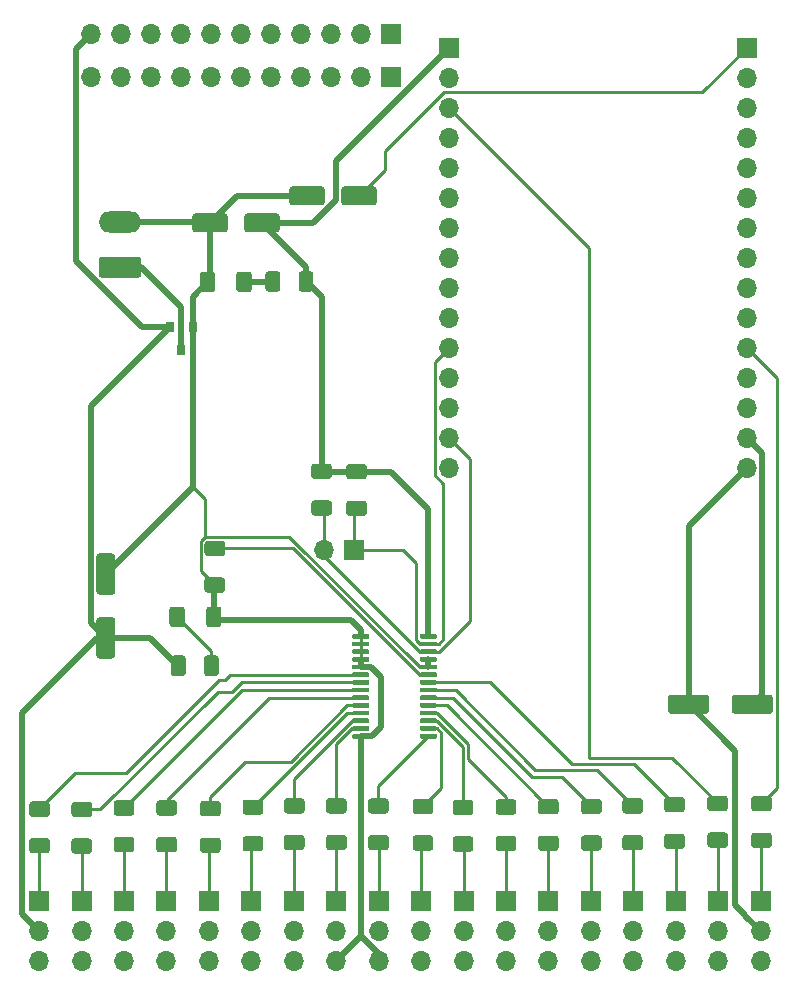
<source format=gtl>
G04 #@! TF.GenerationSoftware,KiCad,Pcbnew,(5.1.10)-1*
G04 #@! TF.CreationDate,2023-01-28T17:58:28+01:00*
G04 #@! TF.ProjectId,servo_board,73657276-6f5f-4626-9f61-72642e6b6963,1.0*
G04 #@! TF.SameCoordinates,Original*
G04 #@! TF.FileFunction,Copper,L1,Top*
G04 #@! TF.FilePolarity,Positive*
%FSLAX46Y46*%
G04 Gerber Fmt 4.6, Leading zero omitted, Abs format (unit mm)*
G04 Created by KiCad (PCBNEW (5.1.10)-1) date 2023-01-28 17:58:28*
%MOMM*%
%LPD*%
G01*
G04 APERTURE LIST*
G04 #@! TA.AperFunction,ComponentPad*
%ADD10O,1.700000X1.700000*%
G04 #@! TD*
G04 #@! TA.AperFunction,ComponentPad*
%ADD11R,1.700000X1.700000*%
G04 #@! TD*
G04 #@! TA.AperFunction,SMDPad,CuDef*
%ADD12R,0.800000X0.900000*%
G04 #@! TD*
G04 #@! TA.AperFunction,ComponentPad*
%ADD13O,3.600000X1.800000*%
G04 #@! TD*
G04 #@! TA.AperFunction,Conductor*
%ADD14C,0.500000*%
G04 #@! TD*
G04 #@! TA.AperFunction,Conductor*
%ADD15C,0.250000*%
G04 #@! TD*
G04 APERTURE END LIST*
D10*
X84264500Y-100317300D03*
X86804500Y-100317300D03*
X89344500Y-100317300D03*
X91884500Y-100317300D03*
X94424500Y-100317300D03*
X96964500Y-100317300D03*
X99504500Y-100317300D03*
X102044500Y-100317300D03*
X104584500Y-100317300D03*
X107124500Y-100317300D03*
D11*
X109664500Y-100317300D03*
G04 #@! TA.AperFunction,SMDPad,CuDef*
G36*
G01*
X138485900Y-157623600D02*
X138485900Y-156523600D01*
G75*
G02*
X138735900Y-156273600I250000J0D01*
G01*
X141735900Y-156273600D01*
G75*
G02*
X141985900Y-156523600I0J-250000D01*
G01*
X141985900Y-157623600D01*
G75*
G02*
X141735900Y-157873600I-250000J0D01*
G01*
X138735900Y-157873600D01*
G75*
G02*
X138485900Y-157623600I0J250000D01*
G01*
G37*
G04 #@! TD.AperFunction*
G04 #@! TA.AperFunction,SMDPad,CuDef*
G36*
G01*
X133085900Y-157623600D02*
X133085900Y-156523600D01*
G75*
G02*
X133335900Y-156273600I250000J0D01*
G01*
X136335900Y-156273600D01*
G75*
G02*
X136585900Y-156523600I0J-250000D01*
G01*
X136585900Y-157623600D01*
G75*
G02*
X136335900Y-157873600I-250000J0D01*
G01*
X133335900Y-157873600D01*
G75*
G02*
X133085900Y-157623600I0J250000D01*
G01*
G37*
G04 #@! TD.AperFunction*
G04 #@! TA.AperFunction,SMDPad,CuDef*
G36*
G01*
X86046400Y-147800000D02*
X84946400Y-147800000D01*
G75*
G02*
X84696400Y-147550000I0J250000D01*
G01*
X84696400Y-144550000D01*
G75*
G02*
X84946400Y-144300000I250000J0D01*
G01*
X86046400Y-144300000D01*
G75*
G02*
X86296400Y-144550000I0J-250000D01*
G01*
X86296400Y-147550000D01*
G75*
G02*
X86046400Y-147800000I-250000J0D01*
G01*
G37*
G04 #@! TD.AperFunction*
G04 #@! TA.AperFunction,SMDPad,CuDef*
G36*
G01*
X86046400Y-153200000D02*
X84946400Y-153200000D01*
G75*
G02*
X84696400Y-152950000I0J250000D01*
G01*
X84696400Y-149950000D01*
G75*
G02*
X84946400Y-149700000I250000J0D01*
G01*
X86046400Y-149700000D01*
G75*
G02*
X86296400Y-149950000I0J-250000D01*
G01*
X86296400Y-152950000D01*
G75*
G02*
X86046400Y-153200000I-250000J0D01*
G01*
G37*
G04 #@! TD.AperFunction*
G04 #@! TA.AperFunction,SMDPad,CuDef*
G36*
G01*
X140383100Y-167929800D02*
X141633100Y-167929800D01*
G75*
G02*
X141883100Y-168179800I0J-250000D01*
G01*
X141883100Y-168979800D01*
G75*
G02*
X141633100Y-169229800I-250000J0D01*
G01*
X140383100Y-169229800D01*
G75*
G02*
X140133100Y-168979800I0J250000D01*
G01*
X140133100Y-168179800D01*
G75*
G02*
X140383100Y-167929800I250000J0D01*
G01*
G37*
G04 #@! TD.AperFunction*
G04 #@! TA.AperFunction,SMDPad,CuDef*
G36*
G01*
X140383100Y-164829800D02*
X141633100Y-164829800D01*
G75*
G02*
X141883100Y-165079800I0J-250000D01*
G01*
X141883100Y-165879800D01*
G75*
G02*
X141633100Y-166129800I-250000J0D01*
G01*
X140383100Y-166129800D01*
G75*
G02*
X140133100Y-165879800I0J250000D01*
G01*
X140133100Y-165079800D01*
G75*
G02*
X140383100Y-164829800I250000J0D01*
G01*
G37*
G04 #@! TD.AperFunction*
G04 #@! TA.AperFunction,SMDPad,CuDef*
G36*
G01*
X137924700Y-166117700D02*
X136674700Y-166117700D01*
G75*
G02*
X136424700Y-165867700I0J250000D01*
G01*
X136424700Y-165067700D01*
G75*
G02*
X136674700Y-164817700I250000J0D01*
G01*
X137924700Y-164817700D01*
G75*
G02*
X138174700Y-165067700I0J-250000D01*
G01*
X138174700Y-165867700D01*
G75*
G02*
X137924700Y-166117700I-250000J0D01*
G01*
G37*
G04 #@! TD.AperFunction*
G04 #@! TA.AperFunction,SMDPad,CuDef*
G36*
G01*
X137924700Y-169217700D02*
X136674700Y-169217700D01*
G75*
G02*
X136424700Y-168967700I0J250000D01*
G01*
X136424700Y-168167700D01*
G75*
G02*
X136674700Y-167917700I250000J0D01*
G01*
X137924700Y-167917700D01*
G75*
G02*
X138174700Y-168167700I0J-250000D01*
G01*
X138174700Y-168967700D01*
G75*
G02*
X137924700Y-169217700I-250000J0D01*
G01*
G37*
G04 #@! TD.AperFunction*
D10*
X97802700Y-178803300D03*
X97802700Y-176263300D03*
D11*
X97802700Y-173723300D03*
D10*
X115785900Y-178828700D03*
X115785900Y-176288700D03*
D11*
X115785900Y-173748700D03*
D10*
X108597700Y-178803300D03*
X108597700Y-176263300D03*
D11*
X108597700Y-173723300D03*
D10*
X119380000Y-178816000D03*
X119380000Y-176276000D03*
D11*
X119380000Y-173736000D03*
D10*
X104990900Y-178790600D03*
X104990900Y-176250600D03*
D11*
X104990900Y-173710600D03*
D10*
X94208600Y-178803300D03*
X94208600Y-176263300D03*
D11*
X94208600Y-173723300D03*
D10*
X140957300Y-178803300D03*
X140957300Y-176263300D03*
D11*
X140957300Y-173723300D03*
D10*
X137363200Y-178803300D03*
X137363200Y-176263300D03*
D11*
X137363200Y-173723300D03*
D10*
X83451700Y-178803300D03*
X83451700Y-176263300D03*
D11*
X83451700Y-173723300D03*
D10*
X112191800Y-178816000D03*
X112191800Y-176276000D03*
D11*
X112191800Y-173736000D03*
D10*
X122974100Y-178816000D03*
X122974100Y-176276000D03*
D11*
X122974100Y-173736000D03*
D10*
X101409500Y-178790600D03*
X101409500Y-176250600D03*
D11*
X101409500Y-173710600D03*
D10*
X90614500Y-178803300D03*
X90614500Y-176263300D03*
D11*
X90614500Y-173723300D03*
D10*
X126542800Y-178816000D03*
X126542800Y-176276000D03*
D11*
X126542800Y-173736000D03*
D10*
X130149600Y-178816000D03*
X130149600Y-176276000D03*
D11*
X130149600Y-173736000D03*
D10*
X133756400Y-178816000D03*
X133756400Y-176276000D03*
D11*
X133756400Y-173736000D03*
D10*
X79857600Y-178803300D03*
X79857600Y-176263300D03*
D11*
X79857600Y-173723300D03*
D10*
X87033100Y-178803300D03*
X87033100Y-176263300D03*
D11*
X87033100Y-173723300D03*
G04 #@! TA.AperFunction,SMDPad,CuDef*
G36*
G01*
X104042340Y-113478220D02*
X104042340Y-114578220D01*
G75*
G02*
X103792340Y-114828220I-250000J0D01*
G01*
X101292340Y-114828220D01*
G75*
G02*
X101042340Y-114578220I0J250000D01*
G01*
X101042340Y-113478220D01*
G75*
G02*
X101292340Y-113228220I250000J0D01*
G01*
X103792340Y-113228220D01*
G75*
G02*
X104042340Y-113478220I0J-250000D01*
G01*
G37*
G04 #@! TD.AperFunction*
G04 #@! TA.AperFunction,SMDPad,CuDef*
G36*
G01*
X108442340Y-113478220D02*
X108442340Y-114578220D01*
G75*
G02*
X108192340Y-114828220I-250000J0D01*
G01*
X105692340Y-114828220D01*
G75*
G02*
X105442340Y-114578220I0J250000D01*
G01*
X105442340Y-113478220D01*
G75*
G02*
X105692340Y-113228220I250000J0D01*
G01*
X108192340Y-113228220D01*
G75*
G02*
X108442340Y-113478220I0J-250000D01*
G01*
G37*
G04 #@! TD.AperFunction*
G04 #@! TA.AperFunction,SMDPad,CuDef*
G36*
G01*
X95822900Y-115756600D02*
X95822900Y-116856600D01*
G75*
G02*
X95572900Y-117106600I-250000J0D01*
G01*
X93072900Y-117106600D01*
G75*
G02*
X92822900Y-116856600I0J250000D01*
G01*
X92822900Y-115756600D01*
G75*
G02*
X93072900Y-115506600I250000J0D01*
G01*
X95572900Y-115506600D01*
G75*
G02*
X95822900Y-115756600I0J-250000D01*
G01*
G37*
G04 #@! TD.AperFunction*
G04 #@! TA.AperFunction,SMDPad,CuDef*
G36*
G01*
X100222900Y-115756600D02*
X100222900Y-116856600D01*
G75*
G02*
X99972900Y-117106600I-250000J0D01*
G01*
X97472900Y-117106600D01*
G75*
G02*
X97222900Y-116856600I0J250000D01*
G01*
X97222900Y-115756600D01*
G75*
G02*
X97472900Y-115506600I250000J0D01*
G01*
X99972900Y-115506600D01*
G75*
G02*
X100222900Y-115756600I0J-250000D01*
G01*
G37*
G04 #@! TD.AperFunction*
D10*
X103987600Y-143979900D03*
D11*
X106527600Y-143979900D03*
D10*
X84264500Y-103987600D03*
X86804500Y-103987600D03*
X89344500Y-103987600D03*
X91884500Y-103987600D03*
X94424500Y-103987600D03*
X96964500Y-103987600D03*
X99504500Y-103987600D03*
X102044500Y-103987600D03*
X104584500Y-103987600D03*
X107124500Y-103987600D03*
D11*
X109664500Y-103987600D03*
D10*
X139750800Y-137033000D03*
X139750800Y-134493000D03*
X139750800Y-131953000D03*
X139750800Y-129413000D03*
X139750800Y-126873000D03*
X139750800Y-124333000D03*
X139750800Y-121793000D03*
X139750800Y-119253000D03*
X139750800Y-116713000D03*
X139750800Y-114173000D03*
X139750800Y-111633000D03*
X139750800Y-109093000D03*
X139750800Y-106553000D03*
X139750800Y-104013000D03*
D11*
X139750800Y-101473000D03*
X114515900Y-101511100D03*
D10*
X114515900Y-104051100D03*
X114515900Y-106591100D03*
X114515900Y-109131100D03*
X114515900Y-111671100D03*
X114515900Y-114211100D03*
X114515900Y-116751100D03*
X114515900Y-119291100D03*
X114515900Y-121831100D03*
X114515900Y-124371100D03*
X114515900Y-126911100D03*
X114515900Y-129451100D03*
X114515900Y-131991100D03*
X114515900Y-134531100D03*
X114515900Y-137071100D03*
G04 #@! TA.AperFunction,SMDPad,CuDef*
G36*
G01*
X104391300Y-168120300D02*
X105641300Y-168120300D01*
G75*
G02*
X105891300Y-168370300I0J-250000D01*
G01*
X105891300Y-169170300D01*
G75*
G02*
X105641300Y-169420300I-250000J0D01*
G01*
X104391300Y-169420300D01*
G75*
G02*
X104141300Y-169170300I0J250000D01*
G01*
X104141300Y-168370300D01*
G75*
G02*
X104391300Y-168120300I250000J0D01*
G01*
G37*
G04 #@! TD.AperFunction*
G04 #@! TA.AperFunction,SMDPad,CuDef*
G36*
G01*
X104391300Y-165020300D02*
X105641300Y-165020300D01*
G75*
G02*
X105891300Y-165270300I0J-250000D01*
G01*
X105891300Y-166070300D01*
G75*
G02*
X105641300Y-166320300I-250000J0D01*
G01*
X104391300Y-166320300D01*
G75*
G02*
X104141300Y-166070300I0J250000D01*
G01*
X104141300Y-165270300D01*
G75*
G02*
X104391300Y-165020300I250000J0D01*
G01*
G37*
G04 #@! TD.AperFunction*
G04 #@! TA.AperFunction,SMDPad,CuDef*
G36*
G01*
X112073900Y-151418200D02*
X112073900Y-151218200D01*
G75*
G02*
X112173900Y-151118200I100000J0D01*
G01*
X113448900Y-151118200D01*
G75*
G02*
X113548900Y-151218200I0J-100000D01*
G01*
X113548900Y-151418200D01*
G75*
G02*
X113448900Y-151518200I-100000J0D01*
G01*
X112173900Y-151518200D01*
G75*
G02*
X112073900Y-151418200I0J100000D01*
G01*
G37*
G04 #@! TD.AperFunction*
G04 #@! TA.AperFunction,SMDPad,CuDef*
G36*
G01*
X112073900Y-152068200D02*
X112073900Y-151868200D01*
G75*
G02*
X112173900Y-151768200I100000J0D01*
G01*
X113448900Y-151768200D01*
G75*
G02*
X113548900Y-151868200I0J-100000D01*
G01*
X113548900Y-152068200D01*
G75*
G02*
X113448900Y-152168200I-100000J0D01*
G01*
X112173900Y-152168200D01*
G75*
G02*
X112073900Y-152068200I0J100000D01*
G01*
G37*
G04 #@! TD.AperFunction*
G04 #@! TA.AperFunction,SMDPad,CuDef*
G36*
G01*
X112073900Y-152718200D02*
X112073900Y-152518200D01*
G75*
G02*
X112173900Y-152418200I100000J0D01*
G01*
X113448900Y-152418200D01*
G75*
G02*
X113548900Y-152518200I0J-100000D01*
G01*
X113548900Y-152718200D01*
G75*
G02*
X113448900Y-152818200I-100000J0D01*
G01*
X112173900Y-152818200D01*
G75*
G02*
X112073900Y-152718200I0J100000D01*
G01*
G37*
G04 #@! TD.AperFunction*
G04 #@! TA.AperFunction,SMDPad,CuDef*
G36*
G01*
X112073900Y-153368200D02*
X112073900Y-153168200D01*
G75*
G02*
X112173900Y-153068200I100000J0D01*
G01*
X113448900Y-153068200D01*
G75*
G02*
X113548900Y-153168200I0J-100000D01*
G01*
X113548900Y-153368200D01*
G75*
G02*
X113448900Y-153468200I-100000J0D01*
G01*
X112173900Y-153468200D01*
G75*
G02*
X112073900Y-153368200I0J100000D01*
G01*
G37*
G04 #@! TD.AperFunction*
G04 #@! TA.AperFunction,SMDPad,CuDef*
G36*
G01*
X112073900Y-154018200D02*
X112073900Y-153818200D01*
G75*
G02*
X112173900Y-153718200I100000J0D01*
G01*
X113448900Y-153718200D01*
G75*
G02*
X113548900Y-153818200I0J-100000D01*
G01*
X113548900Y-154018200D01*
G75*
G02*
X113448900Y-154118200I-100000J0D01*
G01*
X112173900Y-154118200D01*
G75*
G02*
X112073900Y-154018200I0J100000D01*
G01*
G37*
G04 #@! TD.AperFunction*
G04 #@! TA.AperFunction,SMDPad,CuDef*
G36*
G01*
X112073900Y-154668200D02*
X112073900Y-154468200D01*
G75*
G02*
X112173900Y-154368200I100000J0D01*
G01*
X113448900Y-154368200D01*
G75*
G02*
X113548900Y-154468200I0J-100000D01*
G01*
X113548900Y-154668200D01*
G75*
G02*
X113448900Y-154768200I-100000J0D01*
G01*
X112173900Y-154768200D01*
G75*
G02*
X112073900Y-154668200I0J100000D01*
G01*
G37*
G04 #@! TD.AperFunction*
G04 #@! TA.AperFunction,SMDPad,CuDef*
G36*
G01*
X112073900Y-155318200D02*
X112073900Y-155118200D01*
G75*
G02*
X112173900Y-155018200I100000J0D01*
G01*
X113448900Y-155018200D01*
G75*
G02*
X113548900Y-155118200I0J-100000D01*
G01*
X113548900Y-155318200D01*
G75*
G02*
X113448900Y-155418200I-100000J0D01*
G01*
X112173900Y-155418200D01*
G75*
G02*
X112073900Y-155318200I0J100000D01*
G01*
G37*
G04 #@! TD.AperFunction*
G04 #@! TA.AperFunction,SMDPad,CuDef*
G36*
G01*
X112073900Y-155968200D02*
X112073900Y-155768200D01*
G75*
G02*
X112173900Y-155668200I100000J0D01*
G01*
X113448900Y-155668200D01*
G75*
G02*
X113548900Y-155768200I0J-100000D01*
G01*
X113548900Y-155968200D01*
G75*
G02*
X113448900Y-156068200I-100000J0D01*
G01*
X112173900Y-156068200D01*
G75*
G02*
X112073900Y-155968200I0J100000D01*
G01*
G37*
G04 #@! TD.AperFunction*
G04 #@! TA.AperFunction,SMDPad,CuDef*
G36*
G01*
X112073900Y-156618200D02*
X112073900Y-156418200D01*
G75*
G02*
X112173900Y-156318200I100000J0D01*
G01*
X113448900Y-156318200D01*
G75*
G02*
X113548900Y-156418200I0J-100000D01*
G01*
X113548900Y-156618200D01*
G75*
G02*
X113448900Y-156718200I-100000J0D01*
G01*
X112173900Y-156718200D01*
G75*
G02*
X112073900Y-156618200I0J100000D01*
G01*
G37*
G04 #@! TD.AperFunction*
G04 #@! TA.AperFunction,SMDPad,CuDef*
G36*
G01*
X112073900Y-157268200D02*
X112073900Y-157068200D01*
G75*
G02*
X112173900Y-156968200I100000J0D01*
G01*
X113448900Y-156968200D01*
G75*
G02*
X113548900Y-157068200I0J-100000D01*
G01*
X113548900Y-157268200D01*
G75*
G02*
X113448900Y-157368200I-100000J0D01*
G01*
X112173900Y-157368200D01*
G75*
G02*
X112073900Y-157268200I0J100000D01*
G01*
G37*
G04 #@! TD.AperFunction*
G04 #@! TA.AperFunction,SMDPad,CuDef*
G36*
G01*
X112073900Y-157918200D02*
X112073900Y-157718200D01*
G75*
G02*
X112173900Y-157618200I100000J0D01*
G01*
X113448900Y-157618200D01*
G75*
G02*
X113548900Y-157718200I0J-100000D01*
G01*
X113548900Y-157918200D01*
G75*
G02*
X113448900Y-158018200I-100000J0D01*
G01*
X112173900Y-158018200D01*
G75*
G02*
X112073900Y-157918200I0J100000D01*
G01*
G37*
G04 #@! TD.AperFunction*
G04 #@! TA.AperFunction,SMDPad,CuDef*
G36*
G01*
X112073900Y-158568200D02*
X112073900Y-158368200D01*
G75*
G02*
X112173900Y-158268200I100000J0D01*
G01*
X113448900Y-158268200D01*
G75*
G02*
X113548900Y-158368200I0J-100000D01*
G01*
X113548900Y-158568200D01*
G75*
G02*
X113448900Y-158668200I-100000J0D01*
G01*
X112173900Y-158668200D01*
G75*
G02*
X112073900Y-158568200I0J100000D01*
G01*
G37*
G04 #@! TD.AperFunction*
G04 #@! TA.AperFunction,SMDPad,CuDef*
G36*
G01*
X112073900Y-159218200D02*
X112073900Y-159018200D01*
G75*
G02*
X112173900Y-158918200I100000J0D01*
G01*
X113448900Y-158918200D01*
G75*
G02*
X113548900Y-159018200I0J-100000D01*
G01*
X113548900Y-159218200D01*
G75*
G02*
X113448900Y-159318200I-100000J0D01*
G01*
X112173900Y-159318200D01*
G75*
G02*
X112073900Y-159218200I0J100000D01*
G01*
G37*
G04 #@! TD.AperFunction*
G04 #@! TA.AperFunction,SMDPad,CuDef*
G36*
G01*
X112073900Y-159868200D02*
X112073900Y-159668200D01*
G75*
G02*
X112173900Y-159568200I100000J0D01*
G01*
X113448900Y-159568200D01*
G75*
G02*
X113548900Y-159668200I0J-100000D01*
G01*
X113548900Y-159868200D01*
G75*
G02*
X113448900Y-159968200I-100000J0D01*
G01*
X112173900Y-159968200D01*
G75*
G02*
X112073900Y-159868200I0J100000D01*
G01*
G37*
G04 #@! TD.AperFunction*
G04 #@! TA.AperFunction,SMDPad,CuDef*
G36*
G01*
X106348900Y-159868200D02*
X106348900Y-159668200D01*
G75*
G02*
X106448900Y-159568200I100000J0D01*
G01*
X107723900Y-159568200D01*
G75*
G02*
X107823900Y-159668200I0J-100000D01*
G01*
X107823900Y-159868200D01*
G75*
G02*
X107723900Y-159968200I-100000J0D01*
G01*
X106448900Y-159968200D01*
G75*
G02*
X106348900Y-159868200I0J100000D01*
G01*
G37*
G04 #@! TD.AperFunction*
G04 #@! TA.AperFunction,SMDPad,CuDef*
G36*
G01*
X106348900Y-159218200D02*
X106348900Y-159018200D01*
G75*
G02*
X106448900Y-158918200I100000J0D01*
G01*
X107723900Y-158918200D01*
G75*
G02*
X107823900Y-159018200I0J-100000D01*
G01*
X107823900Y-159218200D01*
G75*
G02*
X107723900Y-159318200I-100000J0D01*
G01*
X106448900Y-159318200D01*
G75*
G02*
X106348900Y-159218200I0J100000D01*
G01*
G37*
G04 #@! TD.AperFunction*
G04 #@! TA.AperFunction,SMDPad,CuDef*
G36*
G01*
X106348900Y-158568200D02*
X106348900Y-158368200D01*
G75*
G02*
X106448900Y-158268200I100000J0D01*
G01*
X107723900Y-158268200D01*
G75*
G02*
X107823900Y-158368200I0J-100000D01*
G01*
X107823900Y-158568200D01*
G75*
G02*
X107723900Y-158668200I-100000J0D01*
G01*
X106448900Y-158668200D01*
G75*
G02*
X106348900Y-158568200I0J100000D01*
G01*
G37*
G04 #@! TD.AperFunction*
G04 #@! TA.AperFunction,SMDPad,CuDef*
G36*
G01*
X106348900Y-157918200D02*
X106348900Y-157718200D01*
G75*
G02*
X106448900Y-157618200I100000J0D01*
G01*
X107723900Y-157618200D01*
G75*
G02*
X107823900Y-157718200I0J-100000D01*
G01*
X107823900Y-157918200D01*
G75*
G02*
X107723900Y-158018200I-100000J0D01*
G01*
X106448900Y-158018200D01*
G75*
G02*
X106348900Y-157918200I0J100000D01*
G01*
G37*
G04 #@! TD.AperFunction*
G04 #@! TA.AperFunction,SMDPad,CuDef*
G36*
G01*
X106348900Y-157268200D02*
X106348900Y-157068200D01*
G75*
G02*
X106448900Y-156968200I100000J0D01*
G01*
X107723900Y-156968200D01*
G75*
G02*
X107823900Y-157068200I0J-100000D01*
G01*
X107823900Y-157268200D01*
G75*
G02*
X107723900Y-157368200I-100000J0D01*
G01*
X106448900Y-157368200D01*
G75*
G02*
X106348900Y-157268200I0J100000D01*
G01*
G37*
G04 #@! TD.AperFunction*
G04 #@! TA.AperFunction,SMDPad,CuDef*
G36*
G01*
X106348900Y-156618200D02*
X106348900Y-156418200D01*
G75*
G02*
X106448900Y-156318200I100000J0D01*
G01*
X107723900Y-156318200D01*
G75*
G02*
X107823900Y-156418200I0J-100000D01*
G01*
X107823900Y-156618200D01*
G75*
G02*
X107723900Y-156718200I-100000J0D01*
G01*
X106448900Y-156718200D01*
G75*
G02*
X106348900Y-156618200I0J100000D01*
G01*
G37*
G04 #@! TD.AperFunction*
G04 #@! TA.AperFunction,SMDPad,CuDef*
G36*
G01*
X106348900Y-155968200D02*
X106348900Y-155768200D01*
G75*
G02*
X106448900Y-155668200I100000J0D01*
G01*
X107723900Y-155668200D01*
G75*
G02*
X107823900Y-155768200I0J-100000D01*
G01*
X107823900Y-155968200D01*
G75*
G02*
X107723900Y-156068200I-100000J0D01*
G01*
X106448900Y-156068200D01*
G75*
G02*
X106348900Y-155968200I0J100000D01*
G01*
G37*
G04 #@! TD.AperFunction*
G04 #@! TA.AperFunction,SMDPad,CuDef*
G36*
G01*
X106348900Y-155318200D02*
X106348900Y-155118200D01*
G75*
G02*
X106448900Y-155018200I100000J0D01*
G01*
X107723900Y-155018200D01*
G75*
G02*
X107823900Y-155118200I0J-100000D01*
G01*
X107823900Y-155318200D01*
G75*
G02*
X107723900Y-155418200I-100000J0D01*
G01*
X106448900Y-155418200D01*
G75*
G02*
X106348900Y-155318200I0J100000D01*
G01*
G37*
G04 #@! TD.AperFunction*
G04 #@! TA.AperFunction,SMDPad,CuDef*
G36*
G01*
X106348900Y-154668200D02*
X106348900Y-154468200D01*
G75*
G02*
X106448900Y-154368200I100000J0D01*
G01*
X107723900Y-154368200D01*
G75*
G02*
X107823900Y-154468200I0J-100000D01*
G01*
X107823900Y-154668200D01*
G75*
G02*
X107723900Y-154768200I-100000J0D01*
G01*
X106448900Y-154768200D01*
G75*
G02*
X106348900Y-154668200I0J100000D01*
G01*
G37*
G04 #@! TD.AperFunction*
G04 #@! TA.AperFunction,SMDPad,CuDef*
G36*
G01*
X106348900Y-154018200D02*
X106348900Y-153818200D01*
G75*
G02*
X106448900Y-153718200I100000J0D01*
G01*
X107723900Y-153718200D01*
G75*
G02*
X107823900Y-153818200I0J-100000D01*
G01*
X107823900Y-154018200D01*
G75*
G02*
X107723900Y-154118200I-100000J0D01*
G01*
X106448900Y-154118200D01*
G75*
G02*
X106348900Y-154018200I0J100000D01*
G01*
G37*
G04 #@! TD.AperFunction*
G04 #@! TA.AperFunction,SMDPad,CuDef*
G36*
G01*
X106348900Y-153368200D02*
X106348900Y-153168200D01*
G75*
G02*
X106448900Y-153068200I100000J0D01*
G01*
X107723900Y-153068200D01*
G75*
G02*
X107823900Y-153168200I0J-100000D01*
G01*
X107823900Y-153368200D01*
G75*
G02*
X107723900Y-153468200I-100000J0D01*
G01*
X106448900Y-153468200D01*
G75*
G02*
X106348900Y-153368200I0J100000D01*
G01*
G37*
G04 #@! TD.AperFunction*
G04 #@! TA.AperFunction,SMDPad,CuDef*
G36*
G01*
X106348900Y-152718200D02*
X106348900Y-152518200D01*
G75*
G02*
X106448900Y-152418200I100000J0D01*
G01*
X107723900Y-152418200D01*
G75*
G02*
X107823900Y-152518200I0J-100000D01*
G01*
X107823900Y-152718200D01*
G75*
G02*
X107723900Y-152818200I-100000J0D01*
G01*
X106448900Y-152818200D01*
G75*
G02*
X106348900Y-152718200I0J100000D01*
G01*
G37*
G04 #@! TD.AperFunction*
G04 #@! TA.AperFunction,SMDPad,CuDef*
G36*
G01*
X106348900Y-152068200D02*
X106348900Y-151868200D01*
G75*
G02*
X106448900Y-151768200I100000J0D01*
G01*
X107723900Y-151768200D01*
G75*
G02*
X107823900Y-151868200I0J-100000D01*
G01*
X107823900Y-152068200D01*
G75*
G02*
X107723900Y-152168200I-100000J0D01*
G01*
X106448900Y-152168200D01*
G75*
G02*
X106348900Y-152068200I0J100000D01*
G01*
G37*
G04 #@! TD.AperFunction*
G04 #@! TA.AperFunction,SMDPad,CuDef*
G36*
G01*
X106348900Y-151418200D02*
X106348900Y-151218200D01*
G75*
G02*
X106448900Y-151118200I100000J0D01*
G01*
X107723900Y-151118200D01*
G75*
G02*
X107823900Y-151218200I0J-100000D01*
G01*
X107823900Y-151418200D01*
G75*
G02*
X107723900Y-151518200I-100000J0D01*
G01*
X106448900Y-151518200D01*
G75*
G02*
X106348900Y-151418200I0J100000D01*
G01*
G37*
G04 #@! TD.AperFunction*
G04 #@! TA.AperFunction,SMDPad,CuDef*
G36*
G01*
X94104300Y-146327100D02*
X95354300Y-146327100D01*
G75*
G02*
X95604300Y-146577100I0J-250000D01*
G01*
X95604300Y-147377100D01*
G75*
G02*
X95354300Y-147627100I-250000J0D01*
G01*
X94104300Y-147627100D01*
G75*
G02*
X93854300Y-147377100I0J250000D01*
G01*
X93854300Y-146577100D01*
G75*
G02*
X94104300Y-146327100I250000J0D01*
G01*
G37*
G04 #@! TD.AperFunction*
G04 #@! TA.AperFunction,SMDPad,CuDef*
G36*
G01*
X94104300Y-143227100D02*
X95354300Y-143227100D01*
G75*
G02*
X95604300Y-143477100I0J-250000D01*
G01*
X95604300Y-144277100D01*
G75*
G02*
X95354300Y-144527100I-250000J0D01*
G01*
X94104300Y-144527100D01*
G75*
G02*
X93854300Y-144277100I0J250000D01*
G01*
X93854300Y-143477100D01*
G75*
G02*
X94104300Y-143227100I250000J0D01*
G01*
G37*
G04 #@! TD.AperFunction*
G04 #@! TA.AperFunction,SMDPad,CuDef*
G36*
G01*
X96557000Y-121935400D02*
X96557000Y-120685400D01*
G75*
G02*
X96807000Y-120435400I250000J0D01*
G01*
X97607000Y-120435400D01*
G75*
G02*
X97857000Y-120685400I0J-250000D01*
G01*
X97857000Y-121935400D01*
G75*
G02*
X97607000Y-122185400I-250000J0D01*
G01*
X96807000Y-122185400D01*
G75*
G02*
X96557000Y-121935400I0J250000D01*
G01*
G37*
G04 #@! TD.AperFunction*
G04 #@! TA.AperFunction,SMDPad,CuDef*
G36*
G01*
X93457000Y-121935400D02*
X93457000Y-120685400D01*
G75*
G02*
X93707000Y-120435400I250000J0D01*
G01*
X94507000Y-120435400D01*
G75*
G02*
X94757000Y-120685400I0J-250000D01*
G01*
X94757000Y-121935400D01*
G75*
G02*
X94507000Y-122185400I-250000J0D01*
G01*
X93707000Y-122185400D01*
G75*
G02*
X93457000Y-121935400I0J250000D01*
G01*
G37*
G04 #@! TD.AperFunction*
G04 #@! TA.AperFunction,SMDPad,CuDef*
G36*
G01*
X92190400Y-149044500D02*
X92190400Y-150294500D01*
G75*
G02*
X91940400Y-150544500I-250000J0D01*
G01*
X91140400Y-150544500D01*
G75*
G02*
X90890400Y-150294500I0J250000D01*
G01*
X90890400Y-149044500D01*
G75*
G02*
X91140400Y-148794500I250000J0D01*
G01*
X91940400Y-148794500D01*
G75*
G02*
X92190400Y-149044500I0J-250000D01*
G01*
G37*
G04 #@! TD.AperFunction*
G04 #@! TA.AperFunction,SMDPad,CuDef*
G36*
G01*
X95290400Y-149044500D02*
X95290400Y-150294500D01*
G75*
G02*
X95040400Y-150544500I-250000J0D01*
G01*
X94240400Y-150544500D01*
G75*
G02*
X93990400Y-150294500I0J250000D01*
G01*
X93990400Y-149044500D01*
G75*
G02*
X94240400Y-148794500I250000J0D01*
G01*
X95040400Y-148794500D01*
G75*
G02*
X95290400Y-149044500I0J-250000D01*
G01*
G37*
G04 #@! TD.AperFunction*
G04 #@! TA.AperFunction,SMDPad,CuDef*
G36*
G01*
X106105800Y-139824700D02*
X107355800Y-139824700D01*
G75*
G02*
X107605800Y-140074700I0J-250000D01*
G01*
X107605800Y-140874700D01*
G75*
G02*
X107355800Y-141124700I-250000J0D01*
G01*
X106105800Y-141124700D01*
G75*
G02*
X105855800Y-140874700I0J250000D01*
G01*
X105855800Y-140074700D01*
G75*
G02*
X106105800Y-139824700I250000J0D01*
G01*
G37*
G04 #@! TD.AperFunction*
G04 #@! TA.AperFunction,SMDPad,CuDef*
G36*
G01*
X106105800Y-136724700D02*
X107355800Y-136724700D01*
G75*
G02*
X107605800Y-136974700I0J-250000D01*
G01*
X107605800Y-137774700D01*
G75*
G02*
X107355800Y-138024700I-250000J0D01*
G01*
X106105800Y-138024700D01*
G75*
G02*
X105855800Y-137774700I0J250000D01*
G01*
X105855800Y-136974700D01*
G75*
G02*
X106105800Y-136724700I250000J0D01*
G01*
G37*
G04 #@! TD.AperFunction*
G04 #@! TA.AperFunction,SMDPad,CuDef*
G36*
G01*
X103146700Y-139799300D02*
X104396700Y-139799300D01*
G75*
G02*
X104646700Y-140049300I0J-250000D01*
G01*
X104646700Y-140849300D01*
G75*
G02*
X104396700Y-141099300I-250000J0D01*
G01*
X103146700Y-141099300D01*
G75*
G02*
X102896700Y-140849300I0J250000D01*
G01*
X102896700Y-140049300D01*
G75*
G02*
X103146700Y-139799300I250000J0D01*
G01*
G37*
G04 #@! TD.AperFunction*
G04 #@! TA.AperFunction,SMDPad,CuDef*
G36*
G01*
X103146700Y-136699300D02*
X104396700Y-136699300D01*
G75*
G02*
X104646700Y-136949300I0J-250000D01*
G01*
X104646700Y-137749300D01*
G75*
G02*
X104396700Y-137999300I-250000J0D01*
G01*
X103146700Y-137999300D01*
G75*
G02*
X102896700Y-137749300I0J250000D01*
G01*
X102896700Y-136949300D01*
G75*
G02*
X103146700Y-136699300I250000J0D01*
G01*
G37*
G04 #@! TD.AperFunction*
G04 #@! TA.AperFunction,SMDPad,CuDef*
G36*
G01*
X133029800Y-168018700D02*
X134279800Y-168018700D01*
G75*
G02*
X134529800Y-168268700I0J-250000D01*
G01*
X134529800Y-169068700D01*
G75*
G02*
X134279800Y-169318700I-250000J0D01*
G01*
X133029800Y-169318700D01*
G75*
G02*
X132779800Y-169068700I0J250000D01*
G01*
X132779800Y-168268700D01*
G75*
G02*
X133029800Y-168018700I250000J0D01*
G01*
G37*
G04 #@! TD.AperFunction*
G04 #@! TA.AperFunction,SMDPad,CuDef*
G36*
G01*
X133029800Y-164918700D02*
X134279800Y-164918700D01*
G75*
G02*
X134529800Y-165168700I0J-250000D01*
G01*
X134529800Y-165968700D01*
G75*
G02*
X134279800Y-166218700I-250000J0D01*
G01*
X133029800Y-166218700D01*
G75*
G02*
X132779800Y-165968700I0J250000D01*
G01*
X132779800Y-165168700D01*
G75*
G02*
X133029800Y-164918700I250000J0D01*
G01*
G37*
G04 #@! TD.AperFunction*
G04 #@! TA.AperFunction,SMDPad,CuDef*
G36*
G01*
X111719200Y-168171100D02*
X112969200Y-168171100D01*
G75*
G02*
X113219200Y-168421100I0J-250000D01*
G01*
X113219200Y-169221100D01*
G75*
G02*
X112969200Y-169471100I-250000J0D01*
G01*
X111719200Y-169471100D01*
G75*
G02*
X111469200Y-169221100I0J250000D01*
G01*
X111469200Y-168421100D01*
G75*
G02*
X111719200Y-168171100I250000J0D01*
G01*
G37*
G04 #@! TD.AperFunction*
G04 #@! TA.AperFunction,SMDPad,CuDef*
G36*
G01*
X111719200Y-165071100D02*
X112969200Y-165071100D01*
G75*
G02*
X113219200Y-165321100I0J-250000D01*
G01*
X113219200Y-166121100D01*
G75*
G02*
X112969200Y-166371100I-250000J0D01*
G01*
X111719200Y-166371100D01*
G75*
G02*
X111469200Y-166121100I0J250000D01*
G01*
X111469200Y-165321100D01*
G75*
G02*
X111719200Y-165071100I250000J0D01*
G01*
G37*
G04 #@! TD.AperFunction*
G04 #@! TA.AperFunction,SMDPad,CuDef*
G36*
G01*
X118755000Y-168209200D02*
X120005000Y-168209200D01*
G75*
G02*
X120255000Y-168459200I0J-250000D01*
G01*
X120255000Y-169259200D01*
G75*
G02*
X120005000Y-169509200I-250000J0D01*
G01*
X118755000Y-169509200D01*
G75*
G02*
X118505000Y-169259200I0J250000D01*
G01*
X118505000Y-168459200D01*
G75*
G02*
X118755000Y-168209200I250000J0D01*
G01*
G37*
G04 #@! TD.AperFunction*
G04 #@! TA.AperFunction,SMDPad,CuDef*
G36*
G01*
X118755000Y-165109200D02*
X120005000Y-165109200D01*
G75*
G02*
X120255000Y-165359200I0J-250000D01*
G01*
X120255000Y-166159200D01*
G75*
G02*
X120005000Y-166409200I-250000J0D01*
G01*
X118755000Y-166409200D01*
G75*
G02*
X118505000Y-166159200I0J250000D01*
G01*
X118505000Y-165359200D01*
G75*
G02*
X118755000Y-165109200I250000J0D01*
G01*
G37*
G04 #@! TD.AperFunction*
G04 #@! TA.AperFunction,SMDPad,CuDef*
G36*
G01*
X122336400Y-168197100D02*
X123586400Y-168197100D01*
G75*
G02*
X123836400Y-168447100I0J-250000D01*
G01*
X123836400Y-169247100D01*
G75*
G02*
X123586400Y-169497100I-250000J0D01*
G01*
X122336400Y-169497100D01*
G75*
G02*
X122086400Y-169247100I0J250000D01*
G01*
X122086400Y-168447100D01*
G75*
G02*
X122336400Y-168197100I250000J0D01*
G01*
G37*
G04 #@! TD.AperFunction*
G04 #@! TA.AperFunction,SMDPad,CuDef*
G36*
G01*
X122336400Y-165097100D02*
X123586400Y-165097100D01*
G75*
G02*
X123836400Y-165347100I0J-250000D01*
G01*
X123836400Y-166147100D01*
G75*
G02*
X123586400Y-166397100I-250000J0D01*
G01*
X122336400Y-166397100D01*
G75*
G02*
X122086400Y-166147100I0J250000D01*
G01*
X122086400Y-165347100D01*
G75*
G02*
X122336400Y-165097100I250000J0D01*
G01*
G37*
G04 #@! TD.AperFunction*
G04 #@! TA.AperFunction,SMDPad,CuDef*
G36*
G01*
X125981300Y-168171100D02*
X127231300Y-168171100D01*
G75*
G02*
X127481300Y-168421100I0J-250000D01*
G01*
X127481300Y-169221100D01*
G75*
G02*
X127231300Y-169471100I-250000J0D01*
G01*
X125981300Y-169471100D01*
G75*
G02*
X125731300Y-169221100I0J250000D01*
G01*
X125731300Y-168421100D01*
G75*
G02*
X125981300Y-168171100I250000J0D01*
G01*
G37*
G04 #@! TD.AperFunction*
G04 #@! TA.AperFunction,SMDPad,CuDef*
G36*
G01*
X125981300Y-165071100D02*
X127231300Y-165071100D01*
G75*
G02*
X127481300Y-165321100I0J-250000D01*
G01*
X127481300Y-166121100D01*
G75*
G02*
X127231300Y-166371100I-250000J0D01*
G01*
X125981300Y-166371100D01*
G75*
G02*
X125731300Y-166121100I0J250000D01*
G01*
X125731300Y-165321100D01*
G75*
G02*
X125981300Y-165071100I250000J0D01*
G01*
G37*
G04 #@! TD.AperFunction*
G04 #@! TA.AperFunction,SMDPad,CuDef*
G36*
G01*
X115110100Y-168247300D02*
X116360100Y-168247300D01*
G75*
G02*
X116610100Y-168497300I0J-250000D01*
G01*
X116610100Y-169297300D01*
G75*
G02*
X116360100Y-169547300I-250000J0D01*
G01*
X115110100Y-169547300D01*
G75*
G02*
X114860100Y-169297300I0J250000D01*
G01*
X114860100Y-168497300D01*
G75*
G02*
X115110100Y-168247300I250000J0D01*
G01*
G37*
G04 #@! TD.AperFunction*
G04 #@! TA.AperFunction,SMDPad,CuDef*
G36*
G01*
X115110100Y-165147300D02*
X116360100Y-165147300D01*
G75*
G02*
X116610100Y-165397300I0J-250000D01*
G01*
X116610100Y-166197300D01*
G75*
G02*
X116360100Y-166447300I-250000J0D01*
G01*
X115110100Y-166447300D01*
G75*
G02*
X114860100Y-166197300I0J250000D01*
G01*
X114860100Y-165397300D01*
G75*
G02*
X115110100Y-165147300I250000J0D01*
G01*
G37*
G04 #@! TD.AperFunction*
G04 #@! TA.AperFunction,SMDPad,CuDef*
G36*
G01*
X100822600Y-168120300D02*
X102072600Y-168120300D01*
G75*
G02*
X102322600Y-168370300I0J-250000D01*
G01*
X102322600Y-169170300D01*
G75*
G02*
X102072600Y-169420300I-250000J0D01*
G01*
X100822600Y-169420300D01*
G75*
G02*
X100572600Y-169170300I0J250000D01*
G01*
X100572600Y-168370300D01*
G75*
G02*
X100822600Y-168120300I250000J0D01*
G01*
G37*
G04 #@! TD.AperFunction*
G04 #@! TA.AperFunction,SMDPad,CuDef*
G36*
G01*
X100822600Y-165020300D02*
X102072600Y-165020300D01*
G75*
G02*
X102322600Y-165270300I0J-250000D01*
G01*
X102322600Y-166070300D01*
G75*
G02*
X102072600Y-166320300I-250000J0D01*
G01*
X100822600Y-166320300D01*
G75*
G02*
X100572600Y-166070300I0J250000D01*
G01*
X100572600Y-165270300D01*
G75*
G02*
X100822600Y-165020300I250000J0D01*
G01*
G37*
G04 #@! TD.AperFunction*
G04 #@! TA.AperFunction,SMDPad,CuDef*
G36*
G01*
X107960000Y-168133000D02*
X109210000Y-168133000D01*
G75*
G02*
X109460000Y-168383000I0J-250000D01*
G01*
X109460000Y-169183000D01*
G75*
G02*
X109210000Y-169433000I-250000J0D01*
G01*
X107960000Y-169433000D01*
G75*
G02*
X107710000Y-169183000I0J250000D01*
G01*
X107710000Y-168383000D01*
G75*
G02*
X107960000Y-168133000I250000J0D01*
G01*
G37*
G04 #@! TD.AperFunction*
G04 #@! TA.AperFunction,SMDPad,CuDef*
G36*
G01*
X107960000Y-165033000D02*
X109210000Y-165033000D01*
G75*
G02*
X109460000Y-165283000I0J-250000D01*
G01*
X109460000Y-166083000D01*
G75*
G02*
X109210000Y-166333000I-250000J0D01*
G01*
X107960000Y-166333000D01*
G75*
G02*
X107710000Y-166083000I0J250000D01*
G01*
X107710000Y-165283000D01*
G75*
G02*
X107960000Y-165033000I250000J0D01*
G01*
G37*
G04 #@! TD.AperFunction*
G04 #@! TA.AperFunction,SMDPad,CuDef*
G36*
G01*
X79258000Y-168399700D02*
X80508000Y-168399700D01*
G75*
G02*
X80758000Y-168649700I0J-250000D01*
G01*
X80758000Y-169449700D01*
G75*
G02*
X80508000Y-169699700I-250000J0D01*
G01*
X79258000Y-169699700D01*
G75*
G02*
X79008000Y-169449700I0J250000D01*
G01*
X79008000Y-168649700D01*
G75*
G02*
X79258000Y-168399700I250000J0D01*
G01*
G37*
G04 #@! TD.AperFunction*
G04 #@! TA.AperFunction,SMDPad,CuDef*
G36*
G01*
X79258000Y-165299700D02*
X80508000Y-165299700D01*
G75*
G02*
X80758000Y-165549700I0J-250000D01*
G01*
X80758000Y-166349700D01*
G75*
G02*
X80508000Y-166599700I-250000J0D01*
G01*
X79258000Y-166599700D01*
G75*
G02*
X79008000Y-166349700I0J250000D01*
G01*
X79008000Y-165549700D01*
G75*
G02*
X79258000Y-165299700I250000J0D01*
G01*
G37*
G04 #@! TD.AperFunction*
G04 #@! TA.AperFunction,SMDPad,CuDef*
G36*
G01*
X93723300Y-168350100D02*
X94973300Y-168350100D01*
G75*
G02*
X95223300Y-168600100I0J-250000D01*
G01*
X95223300Y-169400100D01*
G75*
G02*
X94973300Y-169650100I-250000J0D01*
G01*
X93723300Y-169650100D01*
G75*
G02*
X93473300Y-169400100I0J250000D01*
G01*
X93473300Y-168600100D01*
G75*
G02*
X93723300Y-168350100I250000J0D01*
G01*
G37*
G04 #@! TD.AperFunction*
G04 #@! TA.AperFunction,SMDPad,CuDef*
G36*
G01*
X93723300Y-165250100D02*
X94973300Y-165250100D01*
G75*
G02*
X95223300Y-165500100I0J-250000D01*
G01*
X95223300Y-166300100D01*
G75*
G02*
X94973300Y-166550100I-250000J0D01*
G01*
X93723300Y-166550100D01*
G75*
G02*
X93473300Y-166300100I0J250000D01*
G01*
X93473300Y-165500100D01*
G75*
G02*
X93723300Y-165250100I250000J0D01*
G01*
G37*
G04 #@! TD.AperFunction*
G04 #@! TA.AperFunction,SMDPad,CuDef*
G36*
G01*
X97330100Y-168234600D02*
X98580100Y-168234600D01*
G75*
G02*
X98830100Y-168484600I0J-250000D01*
G01*
X98830100Y-169284600D01*
G75*
G02*
X98580100Y-169534600I-250000J0D01*
G01*
X97330100Y-169534600D01*
G75*
G02*
X97080100Y-169284600I0J250000D01*
G01*
X97080100Y-168484600D01*
G75*
G02*
X97330100Y-168234600I250000J0D01*
G01*
G37*
G04 #@! TD.AperFunction*
G04 #@! TA.AperFunction,SMDPad,CuDef*
G36*
G01*
X97330100Y-165134600D02*
X98580100Y-165134600D01*
G75*
G02*
X98830100Y-165384600I0J-250000D01*
G01*
X98830100Y-166184600D01*
G75*
G02*
X98580100Y-166434600I-250000J0D01*
G01*
X97330100Y-166434600D01*
G75*
G02*
X97080100Y-166184600I0J250000D01*
G01*
X97080100Y-165384600D01*
G75*
G02*
X97330100Y-165134600I250000J0D01*
G01*
G37*
G04 #@! TD.AperFunction*
G04 #@! TA.AperFunction,SMDPad,CuDef*
G36*
G01*
X129486500Y-168133000D02*
X130736500Y-168133000D01*
G75*
G02*
X130986500Y-168383000I0J-250000D01*
G01*
X130986500Y-169183000D01*
G75*
G02*
X130736500Y-169433000I-250000J0D01*
G01*
X129486500Y-169433000D01*
G75*
G02*
X129236500Y-169183000I0J250000D01*
G01*
X129236500Y-168383000D01*
G75*
G02*
X129486500Y-168133000I250000J0D01*
G01*
G37*
G04 #@! TD.AperFunction*
G04 #@! TA.AperFunction,SMDPad,CuDef*
G36*
G01*
X129486500Y-165033000D02*
X130736500Y-165033000D01*
G75*
G02*
X130986500Y-165283000I0J-250000D01*
G01*
X130986500Y-166083000D01*
G75*
G02*
X130736500Y-166333000I-250000J0D01*
G01*
X129486500Y-166333000D01*
G75*
G02*
X129236500Y-166083000I0J250000D01*
G01*
X129236500Y-165283000D01*
G75*
G02*
X129486500Y-165033000I250000J0D01*
G01*
G37*
G04 #@! TD.AperFunction*
G04 #@! TA.AperFunction,SMDPad,CuDef*
G36*
G01*
X82839400Y-168425700D02*
X84089400Y-168425700D01*
G75*
G02*
X84339400Y-168675700I0J-250000D01*
G01*
X84339400Y-169475700D01*
G75*
G02*
X84089400Y-169725700I-250000J0D01*
G01*
X82839400Y-169725700D01*
G75*
G02*
X82589400Y-169475700I0J250000D01*
G01*
X82589400Y-168675700D01*
G75*
G02*
X82839400Y-168425700I250000J0D01*
G01*
G37*
G04 #@! TD.AperFunction*
G04 #@! TA.AperFunction,SMDPad,CuDef*
G36*
G01*
X82839400Y-165325700D02*
X84089400Y-165325700D01*
G75*
G02*
X84339400Y-165575700I0J-250000D01*
G01*
X84339400Y-166375700D01*
G75*
G02*
X84089400Y-166625700I-250000J0D01*
G01*
X82839400Y-166625700D01*
G75*
G02*
X82589400Y-166375700I0J250000D01*
G01*
X82589400Y-165575700D01*
G75*
G02*
X82839400Y-165325700I250000J0D01*
G01*
G37*
G04 #@! TD.AperFunction*
G04 #@! TA.AperFunction,SMDPad,CuDef*
G36*
G01*
X90027600Y-168298100D02*
X91277600Y-168298100D01*
G75*
G02*
X91527600Y-168548100I0J-250000D01*
G01*
X91527600Y-169348100D01*
G75*
G02*
X91277600Y-169598100I-250000J0D01*
G01*
X90027600Y-169598100D01*
G75*
G02*
X89777600Y-169348100I0J250000D01*
G01*
X89777600Y-168548100D01*
G75*
G02*
X90027600Y-168298100I250000J0D01*
G01*
G37*
G04 #@! TD.AperFunction*
G04 #@! TA.AperFunction,SMDPad,CuDef*
G36*
G01*
X90027600Y-165198100D02*
X91277600Y-165198100D01*
G75*
G02*
X91527600Y-165448100I0J-250000D01*
G01*
X91527600Y-166248100D01*
G75*
G02*
X91277600Y-166498100I-250000J0D01*
G01*
X90027600Y-166498100D01*
G75*
G02*
X89777600Y-166248100I0J250000D01*
G01*
X89777600Y-165448100D01*
G75*
G02*
X90027600Y-165198100I250000J0D01*
G01*
G37*
G04 #@! TD.AperFunction*
G04 #@! TA.AperFunction,SMDPad,CuDef*
G36*
G01*
X86408100Y-168298100D02*
X87658100Y-168298100D01*
G75*
G02*
X87908100Y-168548100I0J-250000D01*
G01*
X87908100Y-169348100D01*
G75*
G02*
X87658100Y-169598100I-250000J0D01*
G01*
X86408100Y-169598100D01*
G75*
G02*
X86158100Y-169348100I0J250000D01*
G01*
X86158100Y-168548100D01*
G75*
G02*
X86408100Y-168298100I250000J0D01*
G01*
G37*
G04 #@! TD.AperFunction*
G04 #@! TA.AperFunction,SMDPad,CuDef*
G36*
G01*
X86408100Y-165198100D02*
X87658100Y-165198100D01*
G75*
G02*
X87908100Y-165448100I0J-250000D01*
G01*
X87908100Y-166248100D01*
G75*
G02*
X87658100Y-166498100I-250000J0D01*
G01*
X86408100Y-166498100D01*
G75*
G02*
X86158100Y-166248100I0J250000D01*
G01*
X86158100Y-165448100D01*
G75*
G02*
X86408100Y-165198100I250000J0D01*
G01*
G37*
G04 #@! TD.AperFunction*
D12*
X91897200Y-127114300D03*
X90947200Y-125114300D03*
X92847200Y-125114300D03*
D13*
X86702900Y-116255800D03*
G04 #@! TA.AperFunction,ComponentPad*
G36*
G01*
X88252900Y-120965800D02*
X85152900Y-120965800D01*
G75*
G02*
X84902900Y-120715800I0J250000D01*
G01*
X84902900Y-119415800D01*
G75*
G02*
X85152900Y-119165800I250000J0D01*
G01*
X88252900Y-119165800D01*
G75*
G02*
X88502900Y-119415800I0J-250000D01*
G01*
X88502900Y-120715800D01*
G75*
G02*
X88252900Y-120965800I-250000J0D01*
G01*
G37*
G04 #@! TD.AperFunction*
G04 #@! TA.AperFunction,SMDPad,CuDef*
G36*
G01*
X101816200Y-121897300D02*
X101816200Y-120647300D01*
G75*
G02*
X102066200Y-120397300I250000J0D01*
G01*
X102816200Y-120397300D01*
G75*
G02*
X103066200Y-120647300I0J-250000D01*
G01*
X103066200Y-121897300D01*
G75*
G02*
X102816200Y-122147300I-250000J0D01*
G01*
X102066200Y-122147300D01*
G75*
G02*
X101816200Y-121897300I0J250000D01*
G01*
G37*
G04 #@! TD.AperFunction*
G04 #@! TA.AperFunction,SMDPad,CuDef*
G36*
G01*
X99016200Y-121897300D02*
X99016200Y-120647300D01*
G75*
G02*
X99266200Y-120397300I250000J0D01*
G01*
X100016200Y-120397300D01*
G75*
G02*
X100266200Y-120647300I0J-250000D01*
G01*
X100266200Y-121897300D01*
G75*
G02*
X100016200Y-122147300I-250000J0D01*
G01*
X99266200Y-122147300D01*
G75*
G02*
X99016200Y-121897300I0J250000D01*
G01*
G37*
G04 #@! TD.AperFunction*
G04 #@! TA.AperFunction,SMDPad,CuDef*
G36*
G01*
X92262200Y-153184700D02*
X92262200Y-154434700D01*
G75*
G02*
X92012200Y-154684700I-250000J0D01*
G01*
X91262200Y-154684700D01*
G75*
G02*
X91012200Y-154434700I0J250000D01*
G01*
X91012200Y-153184700D01*
G75*
G02*
X91262200Y-152934700I250000J0D01*
G01*
X92012200Y-152934700D01*
G75*
G02*
X92262200Y-153184700I0J-250000D01*
G01*
G37*
G04 #@! TD.AperFunction*
G04 #@! TA.AperFunction,SMDPad,CuDef*
G36*
G01*
X95062200Y-153184700D02*
X95062200Y-154434700D01*
G75*
G02*
X94812200Y-154684700I-250000J0D01*
G01*
X94062200Y-154684700D01*
G75*
G02*
X93812200Y-154434700I0J250000D01*
G01*
X93812200Y-153184700D01*
G75*
G02*
X94062200Y-152934700I250000J0D01*
G01*
X94812200Y-152934700D01*
G75*
G02*
X95062200Y-153184700I0J-250000D01*
G01*
G37*
G04 #@! TD.AperFunction*
D14*
X90440390Y-152612890D02*
X91637200Y-153809700D01*
X90947200Y-125114300D02*
X90440390Y-125621110D01*
X140957300Y-176263300D02*
X139657299Y-174963299D01*
X134835900Y-141947900D02*
X139750800Y-137033000D01*
X134835900Y-157073600D02*
X134835900Y-141947900D01*
X82964499Y-101617301D02*
X84264500Y-100317300D01*
X82964499Y-119517365D02*
X82964499Y-101617301D01*
X88561434Y-125114300D02*
X82964499Y-119517365D01*
X90947200Y-125114300D02*
X88561434Y-125114300D01*
X84757300Y-151450000D02*
X85496400Y-151450000D01*
X78435200Y-157772100D02*
X84757300Y-151450000D01*
X78435200Y-174840900D02*
X78435200Y-157772100D01*
X79857600Y-176263300D02*
X78435200Y-174840900D01*
X90440390Y-152612890D02*
X90408290Y-152612890D01*
X89245400Y-151450000D02*
X85496400Y-151450000D01*
X90408290Y-152612890D02*
X89245400Y-151450000D01*
X90440390Y-125621110D02*
X90440390Y-125662810D01*
X84246390Y-150199990D02*
X85496400Y-151450000D01*
X84246390Y-131856810D02*
X84246390Y-150199990D01*
X90440390Y-125662810D02*
X84246390Y-131856810D01*
X139657299Y-174963299D02*
X139657299Y-174950599D01*
X139657299Y-174950599D02*
X138760200Y-174053500D01*
X138760200Y-160997900D02*
X134835900Y-157073600D01*
X138760200Y-174053500D02*
X138760200Y-160997900D01*
X94272100Y-116255800D02*
X94322900Y-116306600D01*
X86702900Y-116255800D02*
X94272100Y-116255800D01*
X94322900Y-121094500D02*
X94107000Y-121310400D01*
X94322900Y-116306600D02*
X94322900Y-121094500D01*
X92847200Y-122570200D02*
X94107000Y-121310400D01*
X92847200Y-125114300D02*
X92847200Y-122570200D01*
X107086400Y-153268200D02*
X107086400Y-153918200D01*
X112811400Y-153918200D02*
X112811400Y-153268200D01*
X107086400Y-159768200D02*
X108062100Y-159768200D01*
X108062100Y-159768200D02*
X108800900Y-159029400D01*
X107951734Y-153918200D02*
X107086400Y-153918200D01*
X108800900Y-154767366D02*
X107951734Y-153918200D01*
X108800900Y-159029400D02*
X108800900Y-154767366D01*
X94881700Y-149910800D02*
X94640400Y-149669500D01*
X106235500Y-149910800D02*
X94881700Y-149910800D01*
X107086400Y-150761700D02*
X106235500Y-149910800D01*
X107086400Y-151318200D02*
X107086400Y-150761700D01*
X94640400Y-147066000D02*
X94729300Y-146977100D01*
X94640400Y-149669500D02*
X94640400Y-147066000D01*
D15*
X107086400Y-153268200D02*
X107086400Y-152618200D01*
X107086400Y-152618200D02*
X107086400Y-151968200D01*
X107086400Y-151968200D02*
X107086400Y-151318200D01*
D14*
X107086400Y-176676002D02*
X107086400Y-159768200D01*
X108597700Y-178187302D02*
X107086400Y-176676002D01*
X108597700Y-178803300D02*
X108597700Y-178187302D01*
D15*
X93529290Y-145777090D02*
X94729300Y-146977100D01*
X93529290Y-143238920D02*
X93529290Y-145777090D01*
X93866120Y-142902090D02*
X93529290Y-143238920D01*
X112060310Y-153918200D02*
X101044200Y-142902090D01*
X112811400Y-153918200D02*
X112060310Y-153918200D01*
D14*
X141050801Y-135793001D02*
X139750800Y-134493000D01*
X141050801Y-156258699D02*
X141050801Y-135793001D01*
X140235900Y-157073600D02*
X141050801Y-156258699D01*
X104978200Y-178803300D02*
X104990900Y-178790600D01*
X107086400Y-176695100D02*
X107086400Y-176676002D01*
X104990900Y-178790600D02*
X107086400Y-176695100D01*
X92847200Y-138699200D02*
X85496400Y-146050000D01*
X92847200Y-125114300D02*
X92847200Y-138699200D01*
D15*
X101044200Y-142902090D02*
X93866120Y-142902090D01*
X93866120Y-139718120D02*
X92847200Y-138699200D01*
X93866120Y-142902090D02*
X93866120Y-139718120D01*
D14*
X96601280Y-114028220D02*
X102542340Y-114028220D01*
X94322900Y-116306600D02*
X96601280Y-114028220D01*
X102441200Y-120024900D02*
X98722900Y-116306600D01*
X102441200Y-121272300D02*
X102441200Y-120024900D01*
X103352600Y-122183700D02*
X102441200Y-121272300D01*
X109612500Y-137374700D02*
X106730800Y-137374700D01*
X112811400Y-140573600D02*
X109612500Y-137374700D01*
X112811400Y-151318200D02*
X112811400Y-140573600D01*
X103797100Y-137374700D02*
X103771700Y-137349300D01*
X106730800Y-137374700D02*
X103797100Y-137374700D01*
X103771700Y-122602800D02*
X103352600Y-122183700D01*
X103771700Y-137349300D02*
X103771700Y-122602800D01*
X104992330Y-114368196D02*
X104992330Y-111034670D01*
X103053926Y-116306600D02*
X104992330Y-114368196D01*
X104992330Y-111034670D02*
X114515900Y-101511100D01*
X98722900Y-116306600D02*
X103053926Y-116306600D01*
D15*
X94437200Y-152566300D02*
X91540400Y-149669500D01*
X94437200Y-153809700D02*
X94437200Y-152566300D01*
D14*
X99603100Y-121310400D02*
X99641200Y-121272300D01*
X97207000Y-121310400D02*
X99603100Y-121310400D01*
D15*
X130149600Y-168821100D02*
X130111500Y-168783000D01*
X130149600Y-173736000D02*
X130149600Y-168821100D01*
X133756400Y-168770300D02*
X133654800Y-168668700D01*
X133756400Y-173736000D02*
X133756400Y-168770300D01*
X79857600Y-169075100D02*
X79883000Y-169049700D01*
X79857600Y-173723300D02*
X79857600Y-169075100D01*
X108597700Y-168795700D02*
X108585000Y-168783000D01*
X108597700Y-173723300D02*
X108597700Y-168795700D01*
X112191800Y-168973500D02*
X112344200Y-168821100D01*
X112191800Y-173736000D02*
X112191800Y-168973500D01*
X115785900Y-168948100D02*
X115735100Y-168897300D01*
X115785900Y-173748700D02*
X115785900Y-168948100D01*
X119380000Y-173736000D02*
X119380000Y-168859200D01*
X122974100Y-168859800D02*
X122961400Y-168847100D01*
X122974100Y-173736000D02*
X122974100Y-168859800D01*
X126542800Y-168884600D02*
X126606300Y-168821100D01*
X126542800Y-173736000D02*
X126542800Y-168884600D01*
X137363200Y-168631200D02*
X137299700Y-168567700D01*
X137363200Y-173723300D02*
X137363200Y-168631200D01*
X140957300Y-168630600D02*
X141008100Y-168579800D01*
X140957300Y-173723300D02*
X140957300Y-168630600D01*
X83451700Y-169088400D02*
X83464400Y-169075700D01*
X83451700Y-173723300D02*
X83451700Y-169088400D01*
X87033100Y-173723300D02*
X87033100Y-168948100D01*
X90614500Y-168986200D02*
X90652600Y-168948100D01*
X90614500Y-173723300D02*
X90614500Y-168986200D01*
X94208600Y-169139800D02*
X94348300Y-169000100D01*
X94208600Y-173723300D02*
X94208600Y-169139800D01*
X97802700Y-169037000D02*
X97955100Y-168884600D01*
X97802700Y-173723300D02*
X97802700Y-169037000D01*
X101409500Y-168808400D02*
X101447600Y-168770300D01*
X101409500Y-173710600D02*
X101409500Y-168808400D01*
X104990900Y-168795700D02*
X105016300Y-168770300D01*
X104990900Y-173710600D02*
X104990900Y-168795700D01*
D14*
X88502900Y-120065800D02*
X86702900Y-120065800D01*
X91897200Y-123460100D02*
X88502900Y-120065800D01*
X91897200Y-127114300D02*
X91897200Y-123460100D01*
D15*
X106527600Y-140677900D02*
X106730800Y-140474700D01*
X106527600Y-143979900D02*
X106527600Y-140677900D01*
X111748890Y-151643190D02*
X111748890Y-145070510D01*
X112073900Y-151968200D02*
X111748890Y-151643190D01*
X112811400Y-151968200D02*
X112073900Y-151968200D01*
X110658280Y-143979900D02*
X106527600Y-143979900D01*
X111748890Y-145070510D02*
X110658280Y-143979900D01*
X114084100Y-151574500D02*
X113690400Y-151968200D01*
X113690400Y-151968200D02*
X112811400Y-151968200D01*
X113340899Y-128086101D02*
X114515900Y-126911100D01*
X113340899Y-137635101D02*
X113340899Y-128086101D01*
X114084100Y-138378302D02*
X113340899Y-137635101D01*
X114084100Y-151574500D02*
X114084100Y-138378302D01*
X103987600Y-140665200D02*
X103771700Y-140449300D01*
X103987600Y-143979900D02*
X103987600Y-140665200D01*
X112073900Y-152618200D02*
X109232700Y-149777000D01*
X112811400Y-152618200D02*
X112073900Y-152618200D01*
X109232700Y-149777000D02*
X109213200Y-149777000D01*
X103987600Y-144551400D02*
X103987600Y-143979900D01*
X109213200Y-149777000D02*
X103987600Y-144551400D01*
X114515900Y-134531100D02*
X116293900Y-136309100D01*
X113676810Y-152618200D02*
X112811400Y-152618200D01*
X116293900Y-150001110D02*
X113676810Y-152618200D01*
X116293900Y-136309100D02*
X116293900Y-150001110D01*
X97013000Y-155868200D02*
X107086400Y-155868200D01*
X87033100Y-165848100D02*
X97013000Y-155868200D01*
X99332500Y-156518200D02*
X107086400Y-156518200D01*
X90652600Y-165198100D02*
X99332500Y-156518200D01*
X90652600Y-165848100D02*
X90652600Y-165198100D01*
X83464400Y-165975700D02*
X85001700Y-165975700D01*
X85001700Y-165975700D02*
X94957900Y-156019500D01*
X97026590Y-155218200D02*
X107086400Y-155218200D01*
X96225290Y-156019500D02*
X97026590Y-155218200D01*
X94957900Y-156019500D02*
X96225290Y-156019500D01*
X130111500Y-165683000D02*
X127044945Y-162616445D01*
X127044945Y-162616445D02*
X121862145Y-162616445D01*
X115113900Y-155868200D02*
X112811400Y-155868200D01*
X121862145Y-162616445D02*
X115113900Y-155868200D01*
X105921500Y-157818200D02*
X107086400Y-157818200D01*
X97955100Y-165784600D02*
X105921500Y-157818200D01*
X94348300Y-165900100D02*
X94348300Y-164896800D01*
X94348300Y-164896800D02*
X97320100Y-161925000D01*
X105935090Y-157168200D02*
X107086400Y-157168200D01*
X101178290Y-161925000D02*
X105935090Y-157168200D01*
X97320100Y-161925000D02*
X101178290Y-161925000D01*
X96045910Y-154568200D02*
X107086400Y-154568200D01*
X95604400Y-155009710D02*
X95091390Y-155009710D01*
X96045910Y-154568200D02*
X95604400Y-155009710D01*
X95091390Y-155009710D02*
X87198200Y-162902900D01*
X82929800Y-162902900D02*
X79883000Y-165949700D01*
X87198200Y-162902900D02*
X82929800Y-162902900D01*
X108585000Y-163994600D02*
X112811400Y-159768200D01*
X108585000Y-165683000D02*
X108585000Y-163994600D01*
X106362490Y-158468200D02*
X107086400Y-158468200D01*
X101447600Y-163383090D02*
X106362490Y-158468200D01*
X101447600Y-165670300D02*
X101447600Y-163383090D01*
X113548900Y-158468200D02*
X112811400Y-158468200D01*
X115735100Y-160654400D02*
X113548900Y-158468200D01*
X115735100Y-165797300D02*
X115735100Y-160654400D01*
X112811400Y-156518200D02*
X114862200Y-156518200D01*
X114862200Y-156518200D02*
X121577100Y-163233100D01*
X124118300Y-163233100D02*
X126606300Y-165721100D01*
X121577100Y-163233100D02*
X124118300Y-163233100D01*
X114382500Y-157168200D02*
X112811400Y-157168200D01*
X122961400Y-165747100D02*
X114382500Y-157168200D01*
X106348900Y-159118200D02*
X107086400Y-159118200D01*
X105016300Y-160450800D02*
X106348900Y-159118200D01*
X105016300Y-165670300D02*
X105016300Y-160450800D01*
X119380000Y-165759200D02*
X119380000Y-164884100D01*
X113535310Y-157818200D02*
X112811400Y-157818200D01*
X116185109Y-160467999D02*
X113535310Y-157818200D01*
X116185110Y-161689210D02*
X116185109Y-160467999D01*
X119380000Y-164884100D02*
X116185110Y-161689210D01*
X113499958Y-159118200D02*
X112811400Y-159118200D01*
X113873910Y-159492152D02*
X113499958Y-159118200D01*
X113873910Y-164191390D02*
X113873910Y-159492152D01*
X112344200Y-165721100D02*
X113873910Y-164191390D01*
X130252535Y-162166435D02*
X133654800Y-165568700D01*
X124955435Y-162166435D02*
X130252535Y-162166435D01*
X118007200Y-155218200D02*
X124955435Y-162166435D01*
X112811400Y-155218200D02*
X118007200Y-155218200D01*
X112073900Y-154568200D02*
X112811400Y-154568200D01*
X101382800Y-143877100D02*
X112073900Y-154568200D01*
X94729300Y-143877100D02*
X101382800Y-143877100D01*
X135997699Y-105226101D02*
X139750800Y-101473000D01*
X114141897Y-105226101D02*
X135997699Y-105226101D01*
X109119298Y-110248700D02*
X114141897Y-105226101D01*
X109119298Y-111851262D02*
X106942340Y-114028220D01*
X109119298Y-110248700D02*
X109119298Y-111851262D01*
X137299700Y-165467700D02*
X133452200Y-161620200D01*
X133452200Y-161620200D02*
X126390400Y-161620200D01*
X126390400Y-118465600D02*
X114515900Y-106591100D01*
X126390400Y-161620200D02*
X126390400Y-118465600D01*
X142310910Y-129433110D02*
X139750800Y-126873000D01*
X142310910Y-164176990D02*
X142310910Y-129433110D01*
X141008100Y-165479800D02*
X142310910Y-164176990D01*
M02*

</source>
